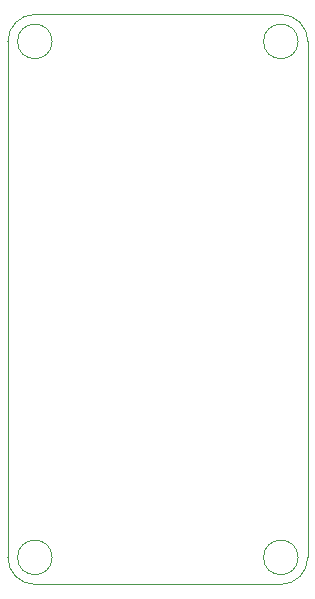
<source format=gko>
G04 Layer_Color=16711935*
%FSAX25Y25*%
%MOIN*%
G70*
G01*
G75*
%ADD89C,0.00200*%
D89*
X0272746Y0388333D02*
G03*
X0272746Y0388333I-0005750J0000000D01*
G01*
X0354746D02*
G03*
X0354746Y0388333I-0005750J0000000D01*
G01*
X0257996Y0216333D02*
G03*
X0266996Y0207333I0009000J0000000D01*
G01*
X0354746Y0216333D02*
G03*
X0354746Y0216333I-0005750J0000000D01*
G01*
X0272746D02*
G03*
X0272746Y0216333I-0005750J0000000D01*
G01*
X0348996Y0207333D02*
G03*
X0357996Y0216333I0000000J0009000D01*
G01*
Y0388333D02*
G03*
X0348996Y0397333I-0009000J0000000D01*
G01*
X0266996D02*
G03*
X0257996Y0388333I0000000J-0009000D01*
G01*
X0266996Y0397333D02*
X0348996D01*
X0334996D02*
X0348996D01*
X0357996Y0216333D02*
Y0388333D01*
X0266996Y0207333D02*
X0348996D01*
X0257996Y0216333D02*
Y0388333D01*
M02*

</source>
